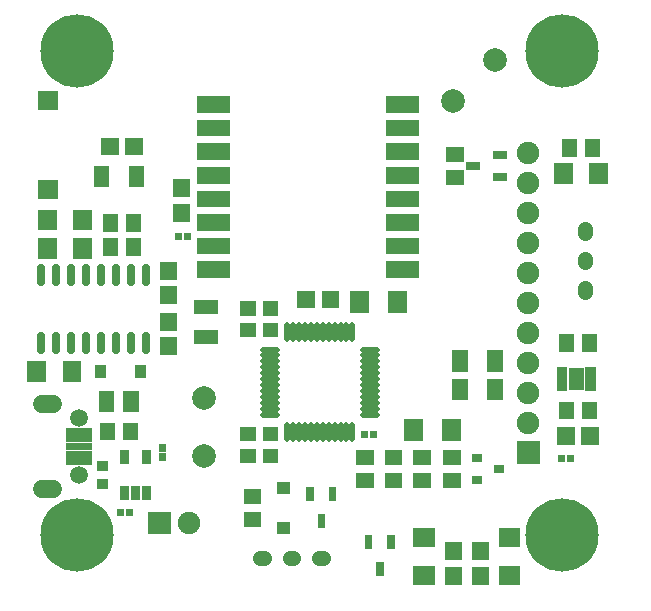
<source format=gts>
G04 Layer: TopSolderMaskLayer*
G04 EasyEDA v6.4.19.5, 2021-06-01T19:55:23+08:00*
G04 f6417cd83a5c4070a8feff0417839a82,e682ae8673584cf28fd3bb4b7cd2207e,10*
G04 Gerber Generator version 0.2*
G04 Scale: 100 percent, Rotated: No, Reflected: No *
G04 Dimensions in inches *
G04 leading zeros omitted , absolute positions ,3 integer and 6 decimal *
%FSLAX36Y36*%
%MOIN*%

%ADD52C,0.0198*%
%ADD53C,0.0592*%
%ADD54C,0.0260*%
%ADD55C,0.0513*%
%ADD58C,0.0789*%
%ADD75C,0.0749*%
%ADD77C,0.2442*%

%LPD*%
D52*
X794058Y-1171729D02*
G01*
X841301Y-1171729D01*
X794058Y-1191419D02*
G01*
X841301Y-1191419D01*
X794058Y-1211100D02*
G01*
X841301Y-1211100D01*
X794058Y-1230790D02*
G01*
X841301Y-1230790D01*
X794058Y-1250470D02*
G01*
X841301Y-1250470D01*
X794058Y-1270160D02*
G01*
X841301Y-1270160D01*
X794058Y-1289839D02*
G01*
X841301Y-1289839D01*
X794058Y-1309529D02*
G01*
X841301Y-1309529D01*
X794058Y-1329209D02*
G01*
X841301Y-1329209D01*
X794058Y-1348899D02*
G01*
X841301Y-1348899D01*
X794058Y-1368580D02*
G01*
X841301Y-1368580D01*
X794058Y-1388270D02*
G01*
X841301Y-1388270D01*
X876729Y-1423697D02*
G01*
X876729Y-1470942D01*
X896419Y-1423697D02*
G01*
X896419Y-1470942D01*
X916099Y-1423697D02*
G01*
X916099Y-1470942D01*
X935789Y-1423697D02*
G01*
X935789Y-1470942D01*
X955469Y-1423697D02*
G01*
X955469Y-1470942D01*
X975159Y-1423697D02*
G01*
X975159Y-1470942D01*
X994840Y-1423697D02*
G01*
X994840Y-1470942D01*
X1014530Y-1423697D02*
G01*
X1014530Y-1470942D01*
X1034210Y-1423697D02*
G01*
X1034210Y-1470942D01*
X1053900Y-1423697D02*
G01*
X1053900Y-1470942D01*
X1073580Y-1423697D02*
G01*
X1073580Y-1470942D01*
X1093270Y-1423697D02*
G01*
X1093270Y-1470942D01*
X1128698Y-1388270D02*
G01*
X1175941Y-1388270D01*
X1128698Y-1368580D02*
G01*
X1175941Y-1368580D01*
X1128698Y-1348899D02*
G01*
X1175941Y-1348899D01*
X1128698Y-1329209D02*
G01*
X1175941Y-1329209D01*
X1128698Y-1309529D02*
G01*
X1175941Y-1309529D01*
X1128698Y-1289839D02*
G01*
X1175941Y-1289839D01*
X1128698Y-1270160D02*
G01*
X1175941Y-1270160D01*
X1128698Y-1250470D02*
G01*
X1175941Y-1250470D01*
X1128698Y-1230790D02*
G01*
X1175941Y-1230790D01*
X1128698Y-1211100D02*
G01*
X1175941Y-1211100D01*
X1128698Y-1191419D02*
G01*
X1175941Y-1191419D01*
X1128698Y-1171729D02*
G01*
X1175941Y-1171729D01*
X1093270Y-1089058D02*
G01*
X1093270Y-1136302D01*
X1073580Y-1089058D02*
G01*
X1073580Y-1136302D01*
X1053900Y-1089058D02*
G01*
X1053900Y-1136302D01*
X1034210Y-1089058D02*
G01*
X1034210Y-1136302D01*
X1014530Y-1089058D02*
G01*
X1014530Y-1136302D01*
X994840Y-1089058D02*
G01*
X994840Y-1136302D01*
X975159Y-1089058D02*
G01*
X975159Y-1136302D01*
X955469Y-1089058D02*
G01*
X955469Y-1136302D01*
X935789Y-1089058D02*
G01*
X935789Y-1136302D01*
X916099Y-1089058D02*
G01*
X916099Y-1136302D01*
X896419Y-1089058D02*
G01*
X896419Y-1136302D01*
X876729Y-1089058D02*
G01*
X876729Y-1136302D01*
D53*
X95156Y-1636729D02*
G01*
X59724Y-1636729D01*
X95156Y-1353270D02*
G01*
X59724Y-1353270D01*
D54*
X55000Y-1127763D02*
G01*
X55000Y-1174416D01*
X105000Y-1127763D02*
G01*
X105000Y-1174416D01*
X155000Y-1127763D02*
G01*
X155000Y-1174416D01*
X205000Y-1127763D02*
G01*
X205000Y-1174416D01*
X255000Y-1127763D02*
G01*
X255000Y-1174416D01*
X305000Y-1127763D02*
G01*
X305000Y-1174416D01*
X355000Y-1127763D02*
G01*
X355000Y-1174416D01*
X405000Y-1127763D02*
G01*
X405000Y-1174416D01*
X55000Y-901583D02*
G01*
X55000Y-948236D01*
X105000Y-901583D02*
G01*
X105000Y-948236D01*
X155000Y-901583D02*
G01*
X155000Y-948236D01*
X205000Y-901583D02*
G01*
X205000Y-948236D01*
X255000Y-901583D02*
G01*
X255000Y-948236D01*
X305000Y-901583D02*
G01*
X305000Y-948236D01*
X355000Y-901583D02*
G01*
X355000Y-948236D01*
X405000Y-901583D02*
G01*
X405000Y-948236D01*
D55*
X785675Y-1865000D02*
G01*
X797485Y-1865000D01*
X884094Y-1865000D02*
G01*
X895906Y-1865000D01*
X982515Y-1865000D02*
G01*
X994324Y-1865000D01*
X1870000Y-979335D02*
G01*
X1870000Y-967525D01*
X1870000Y-880916D02*
G01*
X1870000Y-869104D01*
X1870000Y-782485D02*
G01*
X1870000Y-770675D01*
G36*
X1405900Y-622300D02*
G01*
X1405900Y-573699D01*
X1464099Y-573699D01*
X1464099Y-622300D01*
G37*
G36*
X1405900Y-546300D02*
G01*
X1405900Y-497699D01*
X1464099Y-497699D01*
X1464099Y-546300D01*
G37*
G36*
X1561599Y-609899D02*
G01*
X1561599Y-584899D01*
X1607700Y-584899D01*
X1607700Y-609899D01*
G37*
G36*
X1561599Y-535100D02*
G01*
X1561599Y-510100D01*
X1607700Y-510100D01*
X1607700Y-535100D01*
G37*
G36*
X1472200Y-572500D02*
G01*
X1472200Y-547500D01*
X1518400Y-547500D01*
X1518400Y-572500D01*
G37*
D58*
G01*
X1569600Y-205399D03*
G01*
X1430399Y-344600D03*
G36*
X1792700Y-529099D02*
G01*
X1792700Y-470900D01*
X1841300Y-470900D01*
X1841300Y-529099D01*
G37*
G36*
X1868699Y-529099D02*
G01*
X1868699Y-470900D01*
X1917299Y-470900D01*
X1917299Y-529099D01*
G37*
G36*
X1882500Y-618899D02*
G01*
X1882500Y-551100D01*
X1945000Y-551100D01*
X1945000Y-618899D01*
G37*
G36*
X1765000Y-618899D02*
G01*
X1765000Y-551100D01*
X1827500Y-551100D01*
X1827500Y-618899D01*
G37*
G36*
X1490600Y-1545100D02*
G01*
X1490600Y-1520100D01*
X1525299Y-1520100D01*
X1525299Y-1545100D01*
G37*
G36*
X1490600Y-1619899D02*
G01*
X1490600Y-1594899D01*
X1525299Y-1594899D01*
X1525299Y-1619899D01*
G37*
G36*
X1564700Y-1582500D02*
G01*
X1564700Y-1557500D01*
X1599399Y-1557500D01*
X1599399Y-1582500D01*
G37*
G36*
X45000Y-868899D02*
G01*
X45000Y-801100D01*
X107500Y-801100D01*
X107500Y-868899D01*
G37*
G36*
X162500Y-868899D02*
G01*
X162500Y-801100D01*
X225000Y-801100D01*
X225000Y-868899D01*
G37*
G36*
X447399Y-1511799D02*
G01*
X447399Y-1488200D01*
X472600Y-1488200D01*
X472600Y-1511799D01*
G37*
G36*
X447399Y-1541799D02*
G01*
X447399Y-1518200D01*
X472600Y-1518200D01*
X472600Y-1541799D01*
G37*
G36*
X308200Y-1727600D02*
G01*
X308200Y-1702399D01*
X331799Y-1702399D01*
X331799Y-1727600D01*
G37*
G36*
X338200Y-1727600D02*
G01*
X338200Y-1702399D01*
X361799Y-1702399D01*
X361799Y-1727600D01*
G37*
G36*
X1123199Y-1467600D02*
G01*
X1123199Y-1442399D01*
X1146800Y-1442399D01*
X1146800Y-1467600D01*
G37*
G36*
X1153199Y-1467600D02*
G01*
X1153199Y-1442399D01*
X1176800Y-1442399D01*
X1176800Y-1467600D01*
G37*
G36*
X503200Y-807600D02*
G01*
X503200Y-782399D01*
X526799Y-782399D01*
X526799Y-807600D01*
G37*
G36*
X533200Y-807600D02*
G01*
X533200Y-782399D01*
X556799Y-782399D01*
X556799Y-807600D01*
G37*
G36*
X10000Y-1278899D02*
G01*
X10000Y-1211100D01*
X72500Y-1211100D01*
X72500Y-1278899D01*
G37*
G36*
X127500Y-1278899D02*
G01*
X127500Y-1211100D01*
X190000Y-1211100D01*
X190000Y-1278899D01*
G37*
G36*
X719299Y-1058299D02*
G01*
X719299Y-1010900D01*
X770699Y-1010900D01*
X770699Y-1058299D01*
G37*
G36*
X719299Y-1129099D02*
G01*
X719299Y-1081799D01*
X770699Y-1081799D01*
X770699Y-1129099D01*
G37*
G36*
X794300Y-1058299D02*
G01*
X794300Y-1010900D01*
X845699Y-1010900D01*
X845699Y-1058299D01*
G37*
G36*
X794300Y-1129099D02*
G01*
X794300Y-1081799D01*
X845699Y-1081799D01*
X845699Y-1129099D01*
G37*
G36*
X794300Y-1549099D02*
G01*
X794300Y-1501700D01*
X845699Y-1501700D01*
X845699Y-1549099D01*
G37*
G36*
X794300Y-1478200D02*
G01*
X794300Y-1430900D01*
X845699Y-1430900D01*
X845699Y-1478200D01*
G37*
G36*
X719299Y-1549099D02*
G01*
X719299Y-1501700D01*
X770699Y-1501700D01*
X770699Y-1549099D01*
G37*
G36*
X719299Y-1478200D02*
G01*
X719299Y-1430900D01*
X770699Y-1430900D01*
X770699Y-1478200D01*
G37*
G36*
X45000Y-773899D02*
G01*
X45000Y-706100D01*
X107500Y-706100D01*
X107500Y-773899D01*
G37*
G36*
X162500Y-773899D02*
G01*
X162500Y-706100D01*
X225000Y-706100D01*
X225000Y-773899D01*
G37*
G36*
X330399Y-1378499D02*
G01*
X330399Y-1311500D01*
X381700Y-1311500D01*
X381700Y-1378499D01*
G37*
G36*
X248299Y-1378499D02*
G01*
X248299Y-1311500D01*
X299600Y-1311500D01*
X299600Y-1378499D01*
G37*
G36*
X317800Y-1554600D02*
G01*
X317800Y-1507300D01*
X347399Y-1507300D01*
X347399Y-1554600D01*
G37*
G36*
X392600Y-1554600D02*
G01*
X392600Y-1507300D01*
X422199Y-1507300D01*
X422199Y-1554600D01*
G37*
G36*
X392600Y-1672699D02*
G01*
X392600Y-1625399D01*
X422199Y-1625399D01*
X422199Y-1672699D01*
G37*
G36*
X355199Y-1672699D02*
G01*
X355199Y-1625399D01*
X384800Y-1625399D01*
X384800Y-1672699D01*
G37*
G36*
X317800Y-1672699D02*
G01*
X317800Y-1625399D01*
X347399Y-1625399D01*
X347399Y-1672699D01*
G37*
G36*
X1266099Y-1475999D02*
G01*
X1266099Y-1404000D01*
X1328500Y-1404000D01*
X1328500Y-1475999D01*
G37*
G36*
X1391499Y-1475999D02*
G01*
X1391499Y-1404000D01*
X1453900Y-1404000D01*
X1453900Y-1475999D01*
G37*
G36*
X1086099Y-1048499D02*
G01*
X1086099Y-976399D01*
X1148500Y-976399D01*
X1148500Y-1048499D01*
G37*
G36*
X1211499Y-1048499D02*
G01*
X1211499Y-976399D01*
X1273900Y-976399D01*
X1273900Y-1048499D01*
G37*
G36*
X1296499Y-1829899D02*
G01*
X1296499Y-1767399D01*
X1368500Y-1767399D01*
X1368500Y-1829899D01*
G37*
G36*
X1296499Y-1955300D02*
G01*
X1296499Y-1892800D01*
X1368500Y-1892800D01*
X1368500Y-1955300D01*
G37*
G36*
X1581499Y-1829899D02*
G01*
X1581499Y-1767399D01*
X1653500Y-1767399D01*
X1653500Y-1829899D01*
G37*
G36*
X1581499Y-1955300D02*
G01*
X1581499Y-1892800D01*
X1653500Y-1892800D01*
X1653500Y-1955300D01*
G37*
G36*
X234000Y-1266500D02*
G01*
X234000Y-1223499D01*
X272699Y-1223499D01*
X272699Y-1266500D01*
G37*
G36*
X367300Y-1266500D02*
G01*
X367300Y-1223499D01*
X405999Y-1223499D01*
X405999Y-1266500D01*
G37*
G01*
X600000Y-1333939D03*
G01*
X600000Y-1526060D03*
G36*
X451399Y-1020300D02*
G01*
X451399Y-960799D01*
X508600Y-960799D01*
X508600Y-1020300D01*
G37*
G36*
X451399Y-939200D02*
G01*
X451399Y-879699D01*
X508600Y-879699D01*
X508600Y-939200D01*
G37*
G36*
X909700Y-1033600D02*
G01*
X909700Y-976399D01*
X969200Y-976399D01*
X969200Y-1033600D01*
G37*
G36*
X990799Y-1033600D02*
G01*
X990799Y-976399D01*
X1050299Y-976399D01*
X1050299Y-1033600D01*
G37*
G36*
X335799Y-523600D02*
G01*
X335799Y-466399D01*
X395300Y-466399D01*
X395300Y-523600D01*
G37*
G36*
X254699Y-523600D02*
G01*
X254699Y-466399D01*
X314200Y-466399D01*
X314200Y-523600D01*
G37*
G36*
X451399Y-1109200D02*
G01*
X451399Y-1049699D01*
X508600Y-1049699D01*
X508600Y-1109200D01*
G37*
G36*
X451399Y-1190300D02*
G01*
X451399Y-1130799D01*
X508600Y-1130799D01*
X508600Y-1190300D01*
G37*
G36*
X1491400Y-1874200D02*
G01*
X1491400Y-1814699D01*
X1548599Y-1814699D01*
X1548599Y-1874200D01*
G37*
G36*
X1491400Y-1955300D02*
G01*
X1491400Y-1895799D01*
X1548599Y-1895799D01*
X1548599Y-1955300D01*
G37*
G36*
X496399Y-745300D02*
G01*
X496399Y-685799D01*
X553600Y-685799D01*
X553600Y-745300D01*
G37*
G36*
X496399Y-664200D02*
G01*
X496399Y-604699D01*
X553600Y-604699D01*
X553600Y-664200D01*
G37*
G36*
X1401400Y-1874200D02*
G01*
X1401400Y-1814699D01*
X1458500Y-1814699D01*
X1458500Y-1874200D01*
G37*
G36*
X1401400Y-1955300D02*
G01*
X1401400Y-1895799D01*
X1458500Y-1895799D01*
X1458500Y-1955300D01*
G37*
G36*
X46500Y-671199D02*
G01*
X46500Y-608000D01*
X113499Y-608000D01*
X113499Y-671199D01*
G37*
G36*
X46500Y-371999D02*
G01*
X46500Y-308800D01*
X113499Y-308800D01*
X113499Y-371999D01*
G37*
G36*
X138899Y-1558099D02*
G01*
X138899Y-1534299D01*
X225599Y-1534299D01*
X225599Y-1558099D01*
G37*
G36*
X138899Y-1532500D02*
G01*
X138899Y-1508699D01*
X225599Y-1508699D01*
X225599Y-1532500D01*
G37*
G36*
X138899Y-1506900D02*
G01*
X138899Y-1483099D01*
X225599Y-1483099D01*
X225599Y-1506900D01*
G37*
G36*
X138899Y-1481300D02*
G01*
X138899Y-1457500D01*
X225599Y-1457500D01*
X225599Y-1481300D01*
G37*
G36*
X138899Y-1455700D02*
G01*
X138899Y-1431900D01*
X225599Y-1431900D01*
X225599Y-1455700D01*
G37*
D53*
G01*
X182559Y-1399529D03*
G01*
X182559Y-1590470D03*
G36*
X1642500Y-1552500D02*
G01*
X1642500Y-1477500D01*
X1717500Y-1477500D01*
X1717500Y-1552500D01*
G37*
D75*
G01*
X1680000Y-1415000D03*
G01*
X1680000Y-1315000D03*
G01*
X1680000Y-1215000D03*
G01*
X1680000Y-1115000D03*
G01*
X1680000Y-1015000D03*
G01*
X1680000Y-915000D03*
G01*
X1680000Y-815000D03*
G01*
X1680000Y-715000D03*
G01*
X1680000Y-615000D03*
G01*
X1680000Y-515000D03*
G36*
X565599Y-1152899D02*
G01*
X565599Y-1105500D01*
X644400Y-1105500D01*
X644400Y-1152899D01*
G37*
G36*
X565599Y-1054499D02*
G01*
X565599Y-1007100D01*
X644400Y-1007100D01*
X644400Y-1054499D01*
G37*
D77*
G01*
X1791340Y-177170D03*
G01*
X177170Y-177170D03*
G01*
X177170Y-1791340D03*
G01*
X1791340Y-1791340D03*
G36*
X1778199Y-1547600D02*
G01*
X1778199Y-1522399D01*
X1801800Y-1522399D01*
X1801800Y-1547600D01*
G37*
G36*
X1808199Y-1547600D02*
G01*
X1808199Y-1522399D01*
X1831800Y-1522399D01*
X1831800Y-1547600D01*
G37*
G36*
X1816800Y-1306900D02*
G01*
X1816800Y-1231900D01*
X1864200Y-1231900D01*
X1864200Y-1306900D01*
G37*
G36*
X1869499Y-1308400D02*
G01*
X1869499Y-1290599D01*
X1905000Y-1290599D01*
X1905000Y-1308400D01*
G37*
G36*
X1869499Y-1288800D02*
G01*
X1869499Y-1270900D01*
X1905000Y-1270900D01*
X1905000Y-1288800D01*
G37*
G36*
X1869499Y-1269099D02*
G01*
X1869499Y-1251199D01*
X1905000Y-1251199D01*
X1905000Y-1269099D01*
G37*
G36*
X1869499Y-1249400D02*
G01*
X1869499Y-1231599D01*
X1905000Y-1231599D01*
X1905000Y-1249400D01*
G37*
G36*
X1775000Y-1308400D02*
G01*
X1775000Y-1290599D01*
X1810500Y-1290599D01*
X1810500Y-1308400D01*
G37*
G36*
X1775000Y-1288800D02*
G01*
X1775000Y-1270900D01*
X1810500Y-1270900D01*
X1810500Y-1288800D01*
G37*
G36*
X1775000Y-1269099D02*
G01*
X1775000Y-1251199D01*
X1810500Y-1251199D01*
X1810500Y-1269099D01*
G37*
G36*
X1775000Y-1249400D02*
G01*
X1775000Y-1231599D01*
X1810500Y-1231599D01*
X1810500Y-1249400D01*
G37*
G36*
X1774700Y-1488600D02*
G01*
X1774700Y-1431399D01*
X1834200Y-1431399D01*
X1834200Y-1488600D01*
G37*
G36*
X1855799Y-1488600D02*
G01*
X1855799Y-1431399D01*
X1915299Y-1431399D01*
X1915299Y-1488600D01*
G37*
G36*
X413299Y-1787500D02*
G01*
X413299Y-1712500D01*
X488299Y-1712500D01*
X488299Y-1787500D01*
G37*
D75*
G01*
X549209Y-1750000D03*
G36*
X1209899Y-1837600D02*
G01*
X1209899Y-1791500D01*
X1234899Y-1791500D01*
X1234899Y-1837600D01*
G37*
G36*
X1135100Y-1837600D02*
G01*
X1135100Y-1791500D01*
X1160100Y-1791500D01*
X1160100Y-1837600D01*
G37*
G36*
X1172500Y-1926900D02*
G01*
X1172500Y-1880799D01*
X1197500Y-1880799D01*
X1197500Y-1926900D01*
G37*
G36*
X730900Y-1686300D02*
G01*
X730900Y-1637699D01*
X789099Y-1637699D01*
X789099Y-1686300D01*
G37*
G36*
X730900Y-1762300D02*
G01*
X730900Y-1713699D01*
X789099Y-1713699D01*
X789099Y-1762300D01*
G37*
G36*
X1858699Y-1179099D02*
G01*
X1858699Y-1120900D01*
X1907299Y-1120900D01*
X1907299Y-1179099D01*
G37*
G36*
X1782700Y-1179099D02*
G01*
X1782700Y-1120900D01*
X1831300Y-1120900D01*
X1831300Y-1179099D01*
G37*
G36*
X843500Y-1785999D02*
G01*
X843500Y-1747300D01*
X886499Y-1747300D01*
X886499Y-1785999D01*
G37*
G36*
X843500Y-1652699D02*
G01*
X843500Y-1614000D01*
X886499Y-1614000D01*
X886499Y-1652699D01*
G37*
G36*
X1014899Y-1677600D02*
G01*
X1014899Y-1631500D01*
X1039899Y-1631500D01*
X1039899Y-1677600D01*
G37*
G36*
X940100Y-1677600D02*
G01*
X940100Y-1631500D01*
X965100Y-1631500D01*
X965100Y-1677600D01*
G37*
G36*
X977500Y-1766900D02*
G01*
X977500Y-1720799D01*
X1002500Y-1720799D01*
X1002500Y-1766900D01*
G37*
G36*
X240999Y-1637500D02*
G01*
X240999Y-1601799D01*
X279000Y-1601799D01*
X279000Y-1637500D01*
G37*
G36*
X240999Y-1578200D02*
G01*
X240999Y-1542500D01*
X279000Y-1542500D01*
X279000Y-1578200D01*
G37*
G36*
X328699Y-1474099D02*
G01*
X328699Y-1415900D01*
X377300Y-1415900D01*
X377300Y-1474099D01*
G37*
G36*
X252699Y-1474099D02*
G01*
X252699Y-1415900D01*
X301300Y-1415900D01*
X301300Y-1474099D01*
G37*
G36*
X1200900Y-1632300D02*
G01*
X1200900Y-1583699D01*
X1259099Y-1583699D01*
X1259099Y-1632300D01*
G37*
G36*
X1200900Y-1556300D02*
G01*
X1200900Y-1507699D01*
X1259099Y-1507699D01*
X1259099Y-1556300D01*
G37*
G36*
X1295900Y-1632300D02*
G01*
X1295900Y-1583699D01*
X1354099Y-1583699D01*
X1354099Y-1632300D01*
G37*
G36*
X1295900Y-1556300D02*
G01*
X1295900Y-1507699D01*
X1354099Y-1507699D01*
X1354099Y-1556300D01*
G37*
G36*
X1105900Y-1632300D02*
G01*
X1105900Y-1583699D01*
X1164099Y-1583699D01*
X1164099Y-1632300D01*
G37*
G36*
X1105900Y-1556300D02*
G01*
X1105900Y-1507699D01*
X1164099Y-1507699D01*
X1164099Y-1556300D01*
G37*
G36*
X1395900Y-1556300D02*
G01*
X1395900Y-1507699D01*
X1454099Y-1507699D01*
X1454099Y-1556300D01*
G37*
G36*
X1395900Y-1632300D02*
G01*
X1395900Y-1583699D01*
X1454099Y-1583699D01*
X1454099Y-1632300D01*
G37*
G36*
X230999Y-630500D02*
G01*
X230999Y-559499D01*
X282600Y-559499D01*
X282600Y-630500D01*
G37*
G36*
X347399Y-630500D02*
G01*
X347399Y-559499D01*
X399000Y-559499D01*
X399000Y-630500D01*
G37*
G36*
X262699Y-859099D02*
G01*
X262699Y-800900D01*
X311300Y-800900D01*
X311300Y-859099D01*
G37*
G36*
X338699Y-859099D02*
G01*
X338699Y-800900D01*
X387300Y-800900D01*
X387300Y-859099D01*
G37*
G36*
X262699Y-779099D02*
G01*
X262699Y-720900D01*
X311300Y-720900D01*
X311300Y-779099D01*
G37*
G36*
X338699Y-779099D02*
G01*
X338699Y-720900D01*
X387300Y-720900D01*
X387300Y-779099D01*
G37*
G36*
X1426000Y-1340500D02*
G01*
X1426000Y-1269499D01*
X1477600Y-1269499D01*
X1477600Y-1340500D01*
G37*
G36*
X1542399Y-1340500D02*
G01*
X1542399Y-1269499D01*
X1593999Y-1269499D01*
X1593999Y-1340500D01*
G37*
G36*
X1858699Y-1404099D02*
G01*
X1858699Y-1345900D01*
X1907299Y-1345900D01*
X1907299Y-1404099D01*
G37*
G36*
X1782700Y-1404099D02*
G01*
X1782700Y-1345900D01*
X1831300Y-1345900D01*
X1831300Y-1404099D01*
G37*
G36*
X1426000Y-1245500D02*
G01*
X1426000Y-1174499D01*
X1477600Y-1174499D01*
X1477600Y-1245500D01*
G37*
G36*
X1542399Y-1245500D02*
G01*
X1542399Y-1174499D01*
X1593999Y-1174499D01*
X1593999Y-1245500D01*
G37*
G36*
X574899Y-381999D02*
G01*
X574899Y-326799D01*
X685199Y-326799D01*
X685199Y-381999D01*
G37*
G36*
X574899Y-460799D02*
G01*
X574899Y-405500D01*
X685199Y-405500D01*
X685199Y-460799D01*
G37*
G36*
X574899Y-539499D02*
G01*
X574899Y-484299D01*
X685199Y-484299D01*
X685199Y-539499D01*
G37*
G36*
X574899Y-618299D02*
G01*
X574899Y-563000D01*
X685199Y-563000D01*
X685199Y-618299D01*
G37*
G36*
X574899Y-696999D02*
G01*
X574899Y-641700D01*
X685199Y-641700D01*
X685199Y-696999D01*
G37*
G36*
X574899Y-775700D02*
G01*
X574899Y-720500D01*
X685199Y-720500D01*
X685199Y-775700D01*
G37*
G36*
X574899Y-854499D02*
G01*
X574899Y-799200D01*
X685199Y-799200D01*
X685199Y-854499D01*
G37*
G36*
X574899Y-933200D02*
G01*
X574899Y-878000D01*
X685199Y-878000D01*
X685199Y-933200D01*
G37*
G36*
X1204799Y-933200D02*
G01*
X1204799Y-878000D01*
X1315100Y-878000D01*
X1315100Y-933200D01*
G37*
G36*
X1204799Y-854499D02*
G01*
X1204799Y-799200D01*
X1315100Y-799200D01*
X1315100Y-854499D01*
G37*
G36*
X1204799Y-775700D02*
G01*
X1204799Y-720500D01*
X1315100Y-720500D01*
X1315100Y-775700D01*
G37*
G36*
X1204799Y-696999D02*
G01*
X1204799Y-641700D01*
X1315100Y-641700D01*
X1315100Y-696999D01*
G37*
G36*
X1204799Y-618299D02*
G01*
X1204799Y-563000D01*
X1315100Y-563000D01*
X1315100Y-618299D01*
G37*
G36*
X1204799Y-539499D02*
G01*
X1204799Y-484299D01*
X1315100Y-484299D01*
X1315100Y-539499D01*
G37*
G36*
X1204799Y-460799D02*
G01*
X1204799Y-405500D01*
X1315100Y-405500D01*
X1315100Y-460799D01*
G37*
G36*
X1204799Y-381999D02*
G01*
X1204799Y-326799D01*
X1315100Y-326799D01*
X1315100Y-381999D01*
G37*
M02*

</source>
